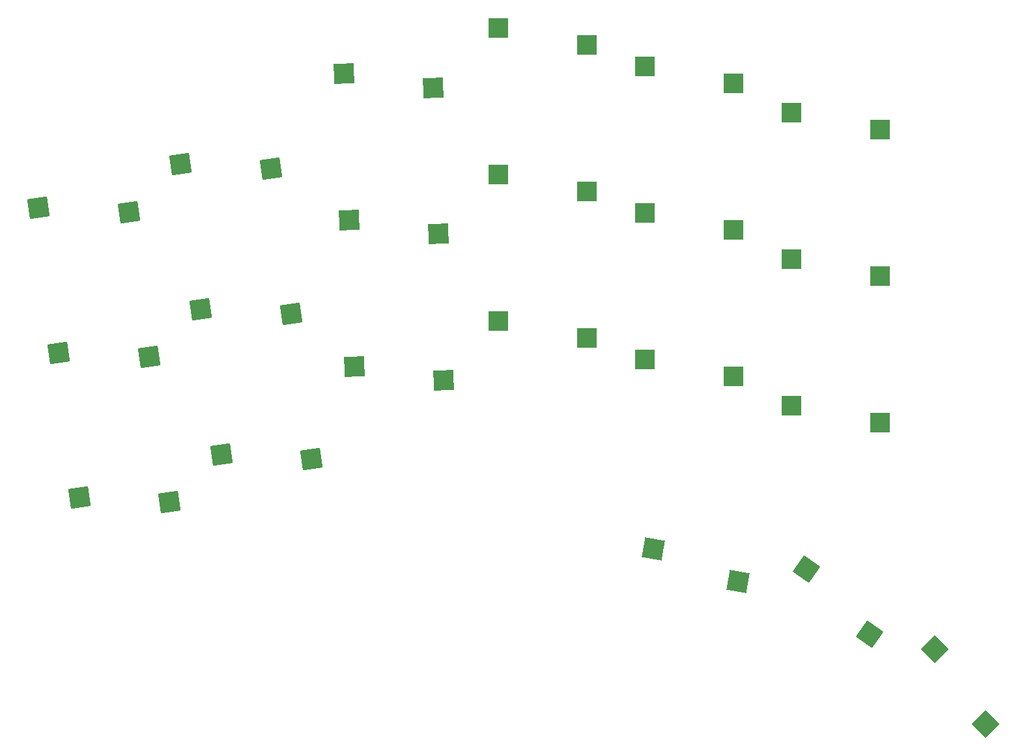
<source format=gbp>
%TF.GenerationSoftware,KiCad,Pcbnew,9.0.4*%
%TF.CreationDate,2025-09-06T18:01:24-05:00*%
%TF.ProjectId,esp32_s3_port,65737033-325f-4733-935f-706f72742e6b,rev?*%
%TF.SameCoordinates,Original*%
%TF.FileFunction,Paste,Bot*%
%TF.FilePolarity,Positive*%
%FSLAX46Y46*%
G04 Gerber Fmt 4.6, Leading zero omitted, Abs format (unit mm)*
G04 Created by KiCad (PCBNEW 9.0.4) date 2025-09-06 18:01:24*
%MOMM*%
%LPD*%
G01*
G04 APERTURE LIST*
G04 Aperture macros list*
%AMRotRect*
0 Rectangle, with rotation*
0 The origin of the aperture is its center*
0 $1 length*
0 $2 width*
0 $3 Rotation angle, in degrees counterclockwise*
0 Add horizontal line*
21,1,$1,$2,0,0,$3*%
G04 Aperture macros list end*
%ADD10R,2.600000X2.600000*%
%ADD11RotRect,2.600000X2.600000X315.000000*%
%ADD12RotRect,2.600000X2.600000X8.000000*%
%ADD13RotRect,2.600000X2.600000X350.000000*%
%ADD14RotRect,2.600000X2.600000X2.000000*%
%ADD15RotRect,2.600000X2.600000X325.000000*%
G04 APERTURE END LIST*
D10*
%TO.C,SW10*%
X136624999Y-74128947D03*
X125074999Y-71928947D03*
%TD*%
D11*
%TO.C,SW21*%
X150297448Y-132358389D03*
X143686000Y-122635671D03*
%TD*%
D10*
%TO.C,SW4*%
X136624999Y-55078947D03*
X125074999Y-52878947D03*
%TD*%
D12*
%TO.C,SW5*%
X57406981Y-60176269D03*
X45663204Y-59605129D03*
%TD*%
D10*
%TO.C,SW12*%
X98524999Y-82150000D03*
X86974999Y-79950000D03*
%TD*%
%TO.C,SW6*%
X98524999Y-63100000D03*
X86974999Y-60900000D03*
%TD*%
D13*
%TO.C,SW19*%
X118123090Y-113809746D03*
X107130586Y-109637532D03*
%TD*%
D10*
%TO.C,SW14*%
X117574999Y-87163158D03*
X106024999Y-84963158D03*
%TD*%
%TO.C,SW16*%
X136624999Y-93178947D03*
X125074999Y-90978947D03*
%TD*%
D12*
%TO.C,SW17*%
X62709476Y-97905482D03*
X50965699Y-97334342D03*
%TD*%
D14*
%TO.C,SW9*%
X79202382Y-68668624D03*
X67582639Y-66873053D03*
%TD*%
D15*
%TO.C,SW20*%
X135217869Y-120670998D03*
X127018531Y-112244056D03*
%TD*%
D12*
%TO.C,SW18*%
X44263488Y-103535352D03*
X32519711Y-102964212D03*
%TD*%
D14*
%TO.C,SW3*%
X78537547Y-49630229D03*
X66917804Y-47834658D03*
%TD*%
D12*
%TO.C,SW11*%
X60058229Y-79040875D03*
X48314452Y-78469735D03*
%TD*%
%TO.C,SW7*%
X38960993Y-65806138D03*
X27217216Y-65234998D03*
%TD*%
D10*
%TO.C,SW8*%
X117574999Y-68113158D03*
X106024999Y-65913158D03*
%TD*%
D12*
%TO.C,SW13*%
X41612240Y-84670745D03*
X29868463Y-84099605D03*
%TD*%
D10*
%TO.C,SW1*%
X98524999Y-44050000D03*
X86974999Y-41850000D03*
%TD*%
%TO.C,SW2*%
X117574999Y-49063158D03*
X106024999Y-46863158D03*
%TD*%
D14*
%TO.C,SW15*%
X79867217Y-87707019D03*
X68247474Y-85911448D03*
%TD*%
M02*

</source>
